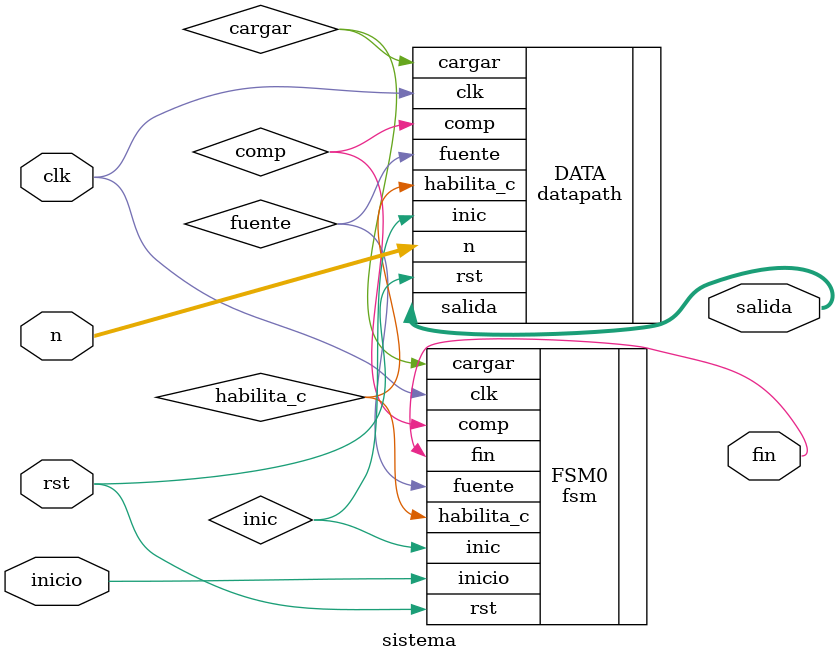
<source format=sv>
module sistema(
  input logic         clk,
  input logic         rst,
  
  input logic         inicio,
  input logic [2:0]   n,
  output logic [12:0] salida,
  output logic        fin
);



  logic inic;
  logic habilita_c;
  logic fuente;
  logic cargar;

  logic comp;
  
datapath DATA(
  .clk (clk),
  .rst (rst),
  
  .n  (n),

  .inic (inic),
  .habilita_c (habilita_c),
  .fuente (fuente),
  .cargar (cargar),
  
  .comp (comp),
  .salida (salida)
);

fsm FSM0( .clk (clk),
          .rst (rst),
  
  .inicio  (inicio),
  .comp (comp),

  .inic (inic),
  .habilita_c (habilita_c),
  .fuente (fuente),
  .cargar (cargar),
  
  .fin (fin)
  );


endmodule



</source>
